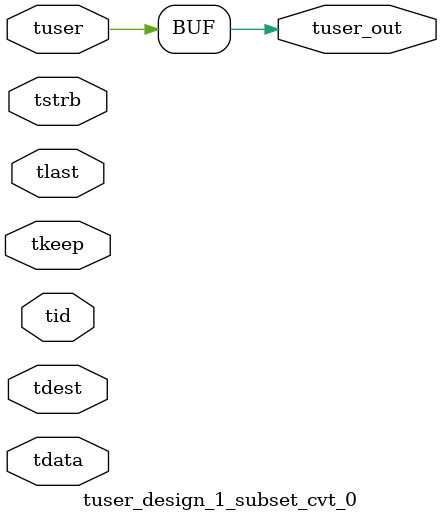
<source format=v>


`timescale 1ps/1ps

module tuser_design_1_subset_cvt_0 #
(
parameter C_S_AXIS_TUSER_WIDTH = 1,
parameter C_S_AXIS_TDATA_WIDTH = 32,
parameter C_S_AXIS_TID_WIDTH   = 0,
parameter C_S_AXIS_TDEST_WIDTH = 0,
parameter C_M_AXIS_TUSER_WIDTH = 1
)
(
input  [(C_S_AXIS_TUSER_WIDTH == 0 ? 1 : C_S_AXIS_TUSER_WIDTH)-1:0     ] tuser,
input  [(C_S_AXIS_TDATA_WIDTH == 0 ? 1 : C_S_AXIS_TDATA_WIDTH)-1:0     ] tdata,
input  [(C_S_AXIS_TID_WIDTH   == 0 ? 1 : C_S_AXIS_TID_WIDTH)-1:0       ] tid,
input  [(C_S_AXIS_TDEST_WIDTH == 0 ? 1 : C_S_AXIS_TDEST_WIDTH)-1:0     ] tdest,
input  [(C_S_AXIS_TDATA_WIDTH/8)-1:0 ] tkeep,
input  [(C_S_AXIS_TDATA_WIDTH/8)-1:0 ] tstrb,
input                                                                    tlast,
output [C_M_AXIS_TUSER_WIDTH-1:0] tuser_out
);

assign tuser_out = {tuser[0:0]};

endmodule


</source>
